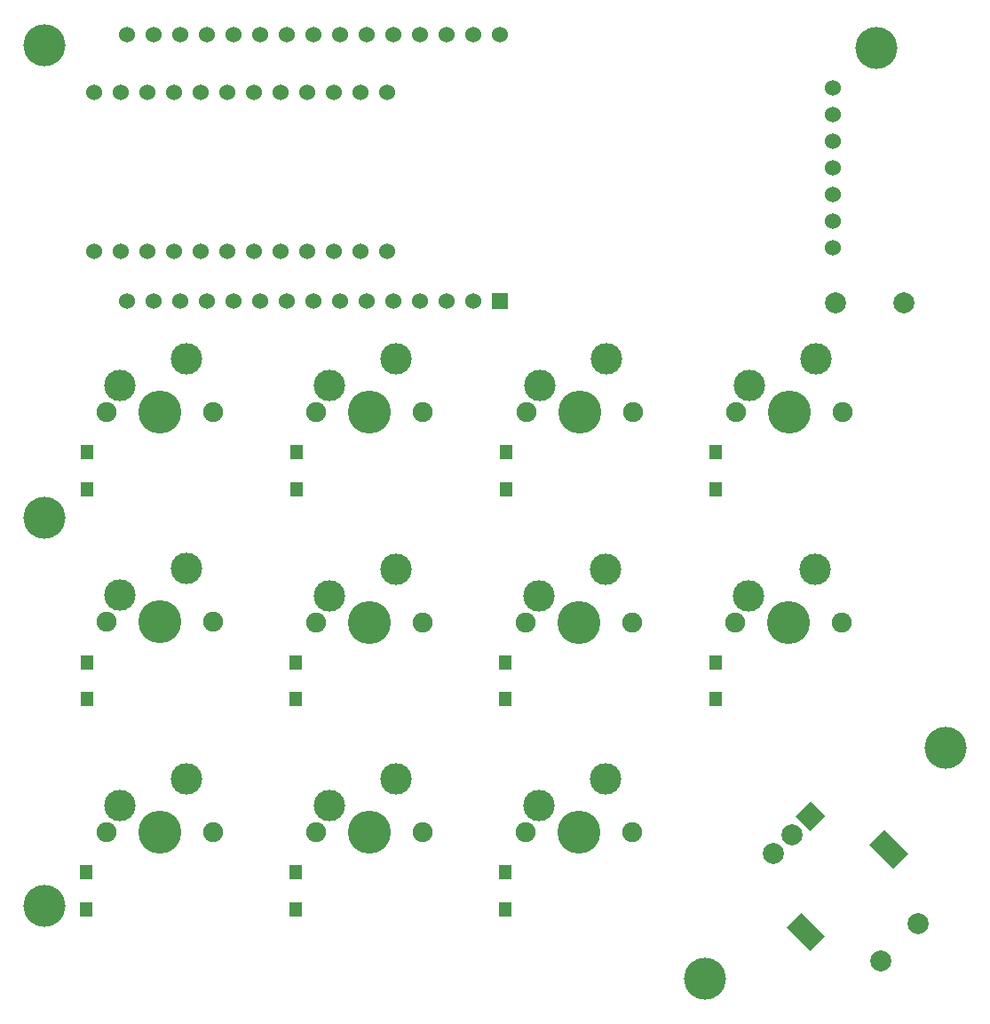
<source format=gbr>
%TF.GenerationSoftware,KiCad,Pcbnew,5.1.7-a382d34a8~88~ubuntu20.04.1*%
%TF.CreationDate,2021-03-20T14:16:57+01:00*%
%TF.ProjectId,WiFiDuck32,57694669-4475-4636-9b33-322e6b696361,2*%
%TF.SameCoordinates,Original*%
%TF.FileFunction,Soldermask,Top*%
%TF.FilePolarity,Negative*%
%FSLAX46Y46*%
G04 Gerber Fmt 4.6, Leading zero omitted, Abs format (unit mm)*
G04 Created by KiCad (PCBNEW 5.1.7-a382d34a8~88~ubuntu20.04.1) date 2021-03-20 14:16:57*
%MOMM*%
%LPD*%
G01*
G04 APERTURE LIST*
%ADD10C,1.524000*%
%ADD11C,1.900000*%
%ADD12C,4.100000*%
%ADD13C,3.000000*%
%ADD14C,4.000000*%
%ADD15R,1.300000X1.400000*%
%ADD16C,2.000000*%
%ADD17C,0.100000*%
%ADD18R,1.524000X1.524000*%
G04 APERTURE END LIST*
D10*
%TO.C,J1*%
X101219000Y-35661600D03*
X101219000Y-33121600D03*
X101219000Y-30581600D03*
X101219000Y-28041600D03*
X101219000Y-38201600D03*
X101219000Y-40741600D03*
X101219000Y-43281600D03*
%TD*%
%TO.C,U1*%
X30734000Y-28459400D03*
X33274000Y-28459400D03*
X35814000Y-28459400D03*
X38354000Y-28459400D03*
X40894000Y-28459400D03*
X43434000Y-28459400D03*
X45974000Y-28459400D03*
X48514000Y-28459400D03*
X51054000Y-28459400D03*
X53594000Y-28459400D03*
X56134000Y-28459400D03*
X58674000Y-28459400D03*
X58674000Y-43679400D03*
X56134000Y-43679400D03*
X53594000Y-43679400D03*
X51054000Y-43679400D03*
X48514000Y-43679400D03*
X45974000Y-43679400D03*
X43434000Y-43679400D03*
X40894000Y-43679400D03*
X38354000Y-43679400D03*
X35814000Y-43679400D03*
X33274000Y-43679400D03*
X30734000Y-43679400D03*
%TD*%
D11*
%TO.C,SW1*%
X31931800Y-59008200D03*
X42091800Y-59008200D03*
D12*
X37011800Y-59008200D03*
D13*
X39551800Y-53928200D03*
X33201800Y-56468200D03*
%TD*%
D14*
%TO.C,HOLE_M3*%
X111963200Y-90982800D03*
%TD*%
%TO.C,HOLE_M3*%
X89001600Y-112979200D03*
%TD*%
%TO.C,HOLE_M3*%
X26009600Y-106019600D03*
%TD*%
%TO.C,HOLE_M3*%
X26009600Y-69037200D03*
%TD*%
%TO.C,HOLE_M3*%
X26009600Y-24003000D03*
%TD*%
%TO.C,HOLE_M3*%
X105359200Y-24231600D03*
%TD*%
D15*
%TO.C,D1*%
X30035500Y-62756500D03*
X30035500Y-66306500D03*
%TD*%
%TO.C,D5*%
X30035500Y-86354000D03*
X30035500Y-82804000D03*
%TD*%
%TO.C,D9*%
X29972000Y-106359500D03*
X29972000Y-102809500D03*
%TD*%
%TO.C,D2*%
X50038000Y-62801500D03*
X50038000Y-66351500D03*
%TD*%
%TO.C,D6*%
X49974500Y-82804000D03*
X49974500Y-86354000D03*
%TD*%
%TO.C,D10*%
X49974500Y-102809500D03*
X49974500Y-106359500D03*
%TD*%
%TO.C,D3*%
X70040500Y-66354500D03*
X70040500Y-62804500D03*
%TD*%
%TO.C,D7*%
X69977000Y-86354000D03*
X69977000Y-82804000D03*
%TD*%
%TO.C,D11*%
X69977000Y-106356500D03*
X69977000Y-102806500D03*
%TD*%
%TO.C,D4*%
X89979500Y-62801500D03*
X89979500Y-66351500D03*
%TD*%
%TO.C,D8*%
X89979500Y-82804000D03*
X89979500Y-86354000D03*
%TD*%
D16*
%TO.C,ENC1*%
X105739414Y-111286482D03*
X109274948Y-107750948D03*
D17*
G36*
X96759158Y-108104502D02*
G01*
X98173372Y-106690288D01*
X100436114Y-108953030D01*
X99021900Y-110367244D01*
X96759158Y-108104502D01*
G37*
G36*
X104678754Y-100184906D02*
G01*
X106092968Y-98770692D01*
X108355710Y-101033434D01*
X106941496Y-102447648D01*
X104678754Y-100184906D01*
G37*
D16*
X95486366Y-101033434D03*
X97254133Y-99265667D03*
D17*
G36*
X97607686Y-97497900D02*
G01*
X99021900Y-96083686D01*
X100436114Y-97497900D01*
X99021900Y-98912114D01*
X97607686Y-97497900D01*
G37*
%TD*%
D13*
%TO.C,SW2*%
X53213000Y-56468200D03*
X59563000Y-53928200D03*
D12*
X57023000Y-59008200D03*
D11*
X62103000Y-59008200D03*
X51943000Y-59008200D03*
%TD*%
D13*
%TO.C,SW3*%
X73198800Y-56468200D03*
X79548800Y-53928200D03*
D12*
X77008800Y-59008200D03*
D11*
X82088800Y-59008200D03*
X71928800Y-59008200D03*
%TD*%
D13*
%TO.C,SW4*%
X93184600Y-56442800D03*
X99534600Y-53902800D03*
D12*
X96994600Y-58982800D03*
D11*
X102074600Y-58982800D03*
X91914600Y-58982800D03*
%TD*%
D13*
%TO.C,SW5*%
X33201800Y-76441300D03*
X39551800Y-73901300D03*
D12*
X37011800Y-78981300D03*
D11*
X42091800Y-78981300D03*
X31931800Y-78981300D03*
%TD*%
D13*
%TO.C,SW6*%
X53187600Y-76454000D03*
X59537600Y-73914000D03*
D12*
X56997600Y-78994000D03*
D11*
X62077600Y-78994000D03*
X51917600Y-78994000D03*
%TD*%
%TO.C,SW7*%
X71903400Y-78994000D03*
X82063400Y-78994000D03*
D12*
X76983400Y-78994000D03*
D13*
X79523400Y-73914000D03*
X73173400Y-76454000D03*
%TD*%
D11*
%TO.C,SW8*%
X91901900Y-78994000D03*
X102061900Y-78994000D03*
D12*
X96981900Y-78994000D03*
D13*
X99521900Y-73914000D03*
X93171900Y-76454000D03*
%TD*%
D11*
%TO.C,SW9*%
X31906400Y-99017900D03*
X42066400Y-99017900D03*
D12*
X36986400Y-99017900D03*
D13*
X39526400Y-93937900D03*
X33176400Y-96477900D03*
%TD*%
D11*
%TO.C,SW10*%
X51930300Y-99005200D03*
X62090300Y-99005200D03*
D12*
X57010300Y-99005200D03*
D13*
X59550300Y-93925200D03*
X53200300Y-96465200D03*
%TD*%
D11*
%TO.C,SW11*%
X71903400Y-99005200D03*
X82063400Y-99005200D03*
D12*
X76983400Y-99005200D03*
D13*
X79523400Y-93925200D03*
X73173400Y-96465200D03*
%TD*%
D18*
%TO.C,U2*%
X69469000Y-48387000D03*
D10*
X66929000Y-48387000D03*
X64389000Y-48387000D03*
X61849000Y-48387000D03*
X59309000Y-48387000D03*
X56769000Y-48387000D03*
X54229000Y-48387000D03*
X51689000Y-48387000D03*
X49149000Y-48387000D03*
X46609000Y-48387000D03*
X44069000Y-48387000D03*
X41529000Y-48387000D03*
X38989000Y-48387000D03*
X36449000Y-48387000D03*
X33909000Y-48387000D03*
X33909000Y-22987000D03*
X36449000Y-22987000D03*
X38989000Y-22987000D03*
X41529000Y-22987000D03*
X44069000Y-22987000D03*
X46609000Y-22987000D03*
X49149000Y-22987000D03*
X51689000Y-22987000D03*
X54229000Y-22987000D03*
X56769000Y-22987000D03*
X59309000Y-22987000D03*
X61849000Y-22987000D03*
X64389000Y-22987000D03*
X66929000Y-22987000D03*
X69469000Y-22987000D03*
%TD*%
D16*
%TO.C,SW_RST1*%
X101461500Y-48514000D03*
X107961500Y-48514000D03*
%TD*%
M02*

</source>
